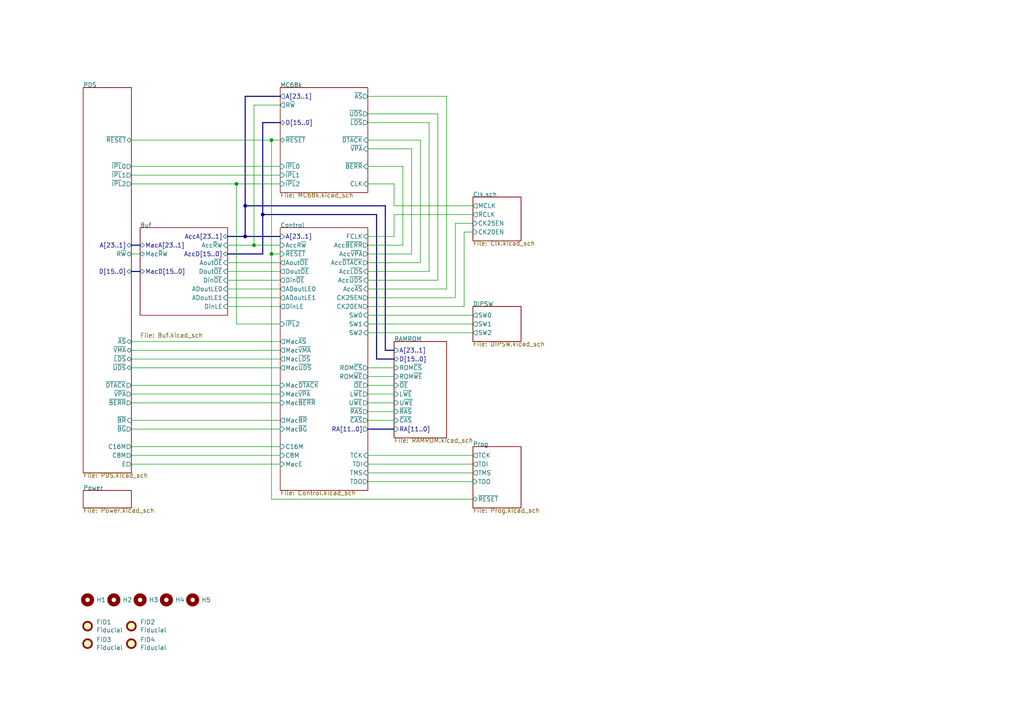
<source format=kicad_sch>
(kicad_sch (version 20211123) (generator eeschema)
  (paper "A4")
  (lib_symbols
    (symbol "Mechanical:Fiducial"
      (property "Reference" "FID" (at 0 5.08 0))
      (property "Value" "Fiducial" (at 0 3.175 0))
      (symbol "Fiducial_0_1"
        (circle (center 0 0) (radius 1.27) (stroke (width 0.508)) (fill (type background)))
      )
    )
    (symbol "Mechanical:MountingHole" (pin_names (offset 1.016))
      (property "Reference" "H" (at 0 5.08 0))
      (property "Value" "MountingHole" (at 0 3.175 0))
      (symbol "MountingHole_0_1"
        (circle (center 0 0) (radius 1.27) (stroke (width 1.27)))
      )
    )
  )
  (junction (at 73.66 71.12))
  (junction (at 78.74 73.66))
  (junction (at 71.12 59.69))
  (junction (at 68.58 53.34))
  (junction (at 71.12 68.58))
  (junction (at 76.2 62.23))
  (junction (at 78.74 40.64))
  (bus (pts (xy 71.12 27.94) (xy 71.12 59.69)))
  (wire (pts (xy 66.04 83.82) (xy 81.28 83.82)))
  (wire (pts (xy 129.54 27.94) (xy 129.54 83.82)))
  (bus (pts (xy 109.22 62.23) (xy 76.2 62.23)))
  (wire (pts (xy 106.68 134.62) (xy 137.16 134.62)))
  (bus (pts (xy 71.12 59.69) (xy 71.12 68.58)))
  (wire (pts (xy 68.58 53.34) (xy 81.28 53.34)))
  (wire (pts (xy 106.68 27.94) (xy 129.54 27.94)))
  (wire (pts (xy 106.68 73.66) (xy 119.38 73.66)))
  (wire (pts (xy 78.74 40.64) (xy 81.28 40.64)))
  (wire (pts (xy 106.68 88.9) (xy 134.62 88.9)))
  (wire (pts (xy 106.68 35.56) (xy 124.46 35.56)))
  (wire (pts (xy 73.66 30.48) (xy 81.28 30.48)))
  (wire (pts (xy 66.04 78.74) (xy 81.28 78.74)))
  (wire (pts (xy 127 81.28) (xy 106.68 81.28)))
  (wire (pts (xy 106.68 109.22) (xy 114.3 109.22)))
  (wire (pts (xy 78.74 73.66) (xy 81.28 73.66)))
  (wire (pts (xy 38.1 50.8) (xy 81.28 50.8)))
  (wire (pts (xy 38.1 101.6) (xy 81.28 101.6)))
  (wire (pts (xy 38.1 132.08) (xy 81.28 132.08)))
  (wire (pts (xy 124.46 35.56) (xy 124.46 78.74)))
  (wire (pts (xy 106.68 137.16) (xy 137.16 137.16)))
  (bus (pts (xy 38.1 78.74) (xy 40.64 78.74)))
  (wire (pts (xy 137.16 67.31) (xy 134.62 67.31)))
  (wire (pts (xy 38.1 114.3) (xy 81.28 114.3)))
  (wire (pts (xy 81.28 93.98) (xy 68.58 93.98)))
  (wire (pts (xy 106.68 33.02) (xy 127 33.02)))
  (wire (pts (xy 68.58 93.98) (xy 68.58 53.34)))
  (bus (pts (xy 81.28 35.56) (xy 76.2 35.56)))
  (bus (pts (xy 114.3 104.14) (xy 109.22 104.14)))
  (wire (pts (xy 106.68 121.92) (xy 114.3 121.92)))
  (bus (pts (xy 111.76 101.6) (xy 114.3 101.6)))
  (wire (pts (xy 38.1 134.62) (xy 81.28 134.62)))
  (wire (pts (xy 38.1 116.84) (xy 81.28 116.84)))
  (bus (pts (xy 71.12 68.58) (xy 81.28 68.58)))
  (bus (pts (xy 76.2 73.66) (xy 66.04 73.66)))
  (bus (pts (xy 38.1 71.12) (xy 40.64 71.12)))
  (wire (pts (xy 38.1 111.76) (xy 81.28 111.76)))
  (wire (pts (xy 38.1 121.92) (xy 81.28 121.92)))
  (wire (pts (xy 38.1 53.34) (xy 68.58 53.34)))
  (bus (pts (xy 71.12 59.69) (xy 111.76 59.69)))
  (wire (pts (xy 38.1 124.46) (xy 81.28 124.46)))
  (wire (pts (xy 106.68 114.3) (xy 114.3 114.3)))
  (wire (pts (xy 119.38 43.18) (xy 119.38 73.66)))
  (wire (pts (xy 38.1 48.26) (xy 81.28 48.26)))
  (wire (pts (xy 114.3 62.23) (xy 137.16 62.23)))
  (wire (pts (xy 106.68 91.44) (xy 137.16 91.44)))
  (wire (pts (xy 106.68 119.38) (xy 114.3 119.38)))
  (wire (pts (xy 134.62 88.9) (xy 134.62 67.31)))
  (wire (pts (xy 106.68 43.18) (xy 119.38 43.18)))
  (bus (pts (xy 106.68 124.46) (xy 114.3 124.46)))
  (wire (pts (xy 73.66 30.48) (xy 73.66 71.12)))
  (wire (pts (xy 73.66 71.12) (xy 66.04 71.12)))
  (wire (pts (xy 78.74 73.66) (xy 78.74 144.78)))
  (wire (pts (xy 114.3 53.34) (xy 114.3 59.69)))
  (wire (pts (xy 106.68 68.58) (xy 114.3 68.58)))
  (wire (pts (xy 106.68 139.7) (xy 137.16 139.7)))
  (wire (pts (xy 116.84 71.12) (xy 106.68 71.12)))
  (wire (pts (xy 106.68 86.36) (xy 132.08 86.36)))
  (bus (pts (xy 111.76 59.69) (xy 111.76 101.6)))
  (wire (pts (xy 73.66 71.12) (xy 81.28 71.12)))
  (wire (pts (xy 38.1 99.06) (xy 81.28 99.06)))
  (wire (pts (xy 137.16 93.98) (xy 106.68 93.98)))
  (wire (pts (xy 106.68 111.76) (xy 114.3 111.76)))
  (bus (pts (xy 76.2 62.23) (xy 76.2 73.66)))
  (wire (pts (xy 66.04 86.36) (xy 81.28 86.36)))
  (wire (pts (xy 121.92 40.64) (xy 121.92 76.2)))
  (wire (pts (xy 106.68 132.08) (xy 137.16 132.08)))
  (bus (pts (xy 81.28 27.94) (xy 71.12 27.94)))
  (wire (pts (xy 106.68 48.26) (xy 116.84 48.26)))
  (wire (pts (xy 38.1 40.64) (xy 78.74 40.64)))
  (wire (pts (xy 38.1 129.54) (xy 81.28 129.54)))
  (bus (pts (xy 71.12 68.58) (xy 66.04 68.58)))
  (wire (pts (xy 106.68 116.84) (xy 114.3 116.84)))
  (wire (pts (xy 129.54 83.82) (xy 106.68 83.82)))
  (wire (pts (xy 114.3 62.23) (xy 114.3 68.58)))
  (wire (pts (xy 106.68 106.68) (xy 114.3 106.68)))
  (wire (pts (xy 124.46 78.74) (xy 106.68 78.74)))
  (bus (pts (xy 109.22 62.23) (xy 109.22 104.14)))
  (wire (pts (xy 116.84 48.26) (xy 116.84 71.12)))
  (wire (pts (xy 38.1 104.14) (xy 81.28 104.14)))
  (wire (pts (xy 66.04 88.9) (xy 81.28 88.9)))
  (wire (pts (xy 38.1 73.66) (xy 40.64 73.66)))
  (wire (pts (xy 78.74 144.78) (xy 137.16 144.78)))
  (wire (pts (xy 132.08 64.77) (xy 137.16 64.77)))
  (wire (pts (xy 66.04 76.2) (xy 81.28 76.2)))
  (wire (pts (xy 78.74 40.64) (xy 78.74 73.66)))
  (wire (pts (xy 106.68 40.64) (xy 121.92 40.64)))
  (wire (pts (xy 132.08 86.36) (xy 132.08 64.77)))
  (bus (pts (xy 76.2 35.56) (xy 76.2 62.23)))
  (wire (pts (xy 127 33.02) (xy 127 81.28)))
  (wire (pts (xy 114.3 59.69) (xy 137.16 59.69)))
  (wire (pts (xy 38.1 106.68) (xy 81.28 106.68)))
  (wire (pts (xy 66.04 81.28) (xy 81.28 81.28)))
  (wire (pts (xy 114.3 53.34) (xy 106.68 53.34)))
  (wire (pts (xy 106.68 96.52) (xy 137.16 96.52)))
  (wire (pts (xy 121.92 76.2) (xy 106.68 76.2)))
  (symbol (lib_id "Mechanical:MountingHole") (at 55.88 173.99 0) (unit 1)
    (property "Reference" "H5" (at 58.42 173.99 0) (effects (justify left)))
    (property "Value" " " (at 58.42 175.006 0) (effects (justify left)))
    (property "Footprint" "stdpads:PasteHole_1.152mm_NPTH" (effects hide))
  )
  (symbol (lib_id "Mechanical:Fiducial") (at 25.4 181.61 0) (unit 1)
    (property "Reference" "FID1" (at 27.94 180.4416 0) (effects (justify left)))
    (property "Value" "Fiducial" (at 27.94 182.753 0) (effects (justify left)))
    (property "Footprint" "stdpads:Fiducial" (effects hide))
  )
  (symbol (lib_id "Mechanical:Fiducial") (at 38.1 181.61 0) (unit 1)
    (property "Reference" "FID2" (at 40.64 180.4416 0) (effects (justify left)))
    (property "Value" "Fiducial" (at 40.64 182.753 0) (effects (justify left)))
    (property "Footprint" "stdpads:Fiducial" (effects hide))
  )
  (symbol (lib_id "Mechanical:Fiducial") (at 25.4 186.69 0) (unit 1)
    (property "Reference" "FID3" (at 27.94 185.5216 0) (effects (justify left)))
    (property "Value" "Fiducial" (at 27.94 187.833 0) (effects (justify left)))
    (property "Footprint" "stdpads:Fiducial" (effects hide))
  )
  (symbol (lib_id "Mechanical:Fiducial") (at 38.1 186.69 0) (unit 1)
    (property "Reference" "FID4" (at 40.64 185.5216 0) (effects (justify left)))
    (property "Value" "Fiducial" (at 40.64 187.833 0) (effects (justify left)))
    (property "Footprint" "stdpads:Fiducial" (effects hide))
  )
  (symbol (lib_id "Mechanical:MountingHole") (at 25.4 173.99 0) (unit 1)
    (property "Reference" "H1" (at 27.94 173.99 0) (effects (justify left)))
    (property "Value" " " (at 27.94 175.006 0) (effects (justify left)))
    (property "Footprint" "stdpads:PasteHole_1.152mm_NPTH" (effects hide))
  )
  (symbol (lib_id "Mechanical:MountingHole") (at 33.02 173.99 0) (unit 1)
    (property "Reference" "H2" (at 35.56 173.99 0) (effects (justify left)))
    (property "Value" " " (at 35.56 175.006 0) (effects (justify left)))
    (property "Footprint" "stdpads:PasteHole_1.152mm_NPTH" (effects hide))
  )
  (symbol (lib_id "Mechanical:MountingHole") (at 40.64 173.99 0) (unit 1)
    (property "Reference" "H3" (at 43.18 173.99 0) (effects (justify left)))
    (property "Value" " " (at 43.18 175.006 0) (effects (justify left)))
    (property "Footprint" "stdpads:PasteHole_1.152mm_NPTH" (effects hide))
  )
  (symbol (lib_id "Mechanical:MountingHole") (at 48.26 173.99 0) (unit 1)
    (property "Reference" "H4" (at 50.8 173.99 0) (effects (justify left)))
    (property "Value" " " (at 50.8 175.006 0) (effects (justify left)))
    (property "Footprint" "stdpads:PasteHole_1.152mm_NPTH" (effects hide))
  )
  (sheet (at 24.13 25.4) (size 13.97 111.76)
    (property "Sheet name" "PDS" (at 24.13 25.4 0) (effects (justify left bottom)))
    (property "Sheet file" "PDS.kicad_sch" (at 24.13 137.16 0) (effects (justify left top)))
    (pin "A[23..1]" bidirectional (at 38.1 71.12 0))
    (pin "D[15..0]" bidirectional (at 38.1 78.74 0))
    (pin "~{AS}" bidirectional (at 38.1 99.06 0))
    (pin "~{LDS}" bidirectional (at 38.1 104.14 0))
    (pin "~{UDS}" bidirectional (at 38.1 106.68 0))
    (pin "R~{W}" bidirectional (at 38.1 73.66 0))
    (pin "~{VMA}" bidirectional (at 38.1 101.6 0))
    (pin "~{VPA}" output (at 38.1 114.3 0))
    (pin "~{DTACK}" output (at 38.1 111.76 0))
    (pin "~{RESET}" bidirectional (at 38.1 40.64 0))
    (pin "~{IPL}0" output (at 38.1 48.26 0))
    (pin "~{IPL}1" output (at 38.1 50.8 0))
    (pin "~{IPL}2" output (at 38.1 53.34 0))
    (pin "~{BERR}" output (at 38.1 116.84 0))
    (pin "E" output (at 38.1 134.62 0))
    (pin "C8M" output (at 38.1 132.08 0))
    (pin "C16M" output (at 38.1 129.54 0))
    (pin "~{BG}" output (at 38.1 124.46 0))
    (pin "~{BR}" input (at 38.1 121.92 0))
  )
  (sheet (at 81.28 66.04) (size 25.4 76.2)
    (property "Sheet name" "Control" (at 81.28 66.04 0) (effects (justify left bottom)))
    (property "Sheet file" "Control.kicad_sch" (at 81.28 142.24 0) (effects (justify left top)))
    (pin "~{RESET}" input (at 81.28 73.66 180))
    (pin "FCLK" input (at 106.68 68.58 0))
    (pin "Mac~{AS}" output (at 81.28 99.06 180))
    (pin "Mac~{VMA}" output (at 81.28 101.6 180))
    (pin "Mac~{DTACK}" input (at 81.28 111.76 180))
    (pin "Mac~{VPA}" input (at 81.28 114.3 180))
    (pin "Mac~{BERR}" input (at 81.28 116.84 180))
    (pin "MacE" input (at 81.28 134.62 180))
    (pin "C8M" input (at 81.28 132.08 180))
    (pin "C16M" input (at 81.28 129.54 180))
    (pin "Acc~{DTACK}" output (at 106.68 76.2 0))
    (pin "Acc~{BERR}" output (at 106.68 71.12 0))
    (pin "Acc~{UDS}" input (at 106.68 81.28 0))
    (pin "Acc~{LDS}" input (at 106.68 78.74 0))
    (pin "Acc~{AS}" input (at 106.68 83.82 0))
    (pin "~{OE}" output (at 106.68 111.76 0))
    (pin "Mac~{UDS}" output (at 81.28 106.68 180))
    (pin "Mac~{LDS}" output (at 81.28 104.14 180))
    (pin "Acc~{VPA}" output (at 106.68 73.66 0))
    (pin "AccR~{W}" input (at 81.28 71.12 180))
    (pin "L~{WE}" output (at 106.68 114.3 0))
    (pin "U~{WE}" output (at 106.68 116.84 0))
    (pin "~{RAS}" output (at 106.68 119.38 0))
    (pin "~{CAS}" output (at 106.68 121.92 0))
    (pin "ROM~{CS}" output (at 106.68 106.68 0))
    (pin "DinLE" output (at 81.28 88.9 180))
    (pin "Dout~{OE}" output (at 81.28 78.74 180))
    (pin "Aout~{OE}" output (at 81.28 76.2 180))
    (pin "Din~{OE}" output (at 81.28 81.28 180))
    (pin "RA[11..0]" output (at 106.68 124.46 0))
    (pin "A[23..1]" input (at 81.28 68.58 180))
    (pin "ADoutLE0" output (at 81.28 83.82 180))
    (pin "ADoutLE1" output (at 81.28 86.36 180))
    (pin "ROM~{WE}" output (at 106.68 109.22 0))
    (pin "SW0" input (at 106.68 91.44 0))
    (pin "SW1" input (at 106.68 93.98 0))
    (pin "CK25EN" output (at 106.68 86.36 0))
    (pin "TDI" input (at 106.68 134.62 0))
    (pin "TMS" input (at 106.68 137.16 0))
    (pin "TCK" input (at 106.68 132.08 0))
    (pin "TDO" output (at 106.68 139.7 0))
    (pin "SW2" input (at 106.68 96.52 0))
    (pin "Mac~{BR}" output (at 81.28 121.92 180))
    (pin "Mac~{BG}" input (at 81.28 124.46 180))
    (pin "~{IPL}2" input (at 81.28 93.98 180))
    (pin "CK20EN" output (at 106.68 88.9 0))
  )
  (sheet (at 114.3 99.06) (size 15.24 27.94)
    (property "Sheet name" "RAMROM" (at 114.3 99.06 0) (effects (justify left bottom)))
    (property "Sheet file" "RAMROM.kicad_sch" (at 114.3 127 0) (effects (justify left top)))
    (pin "~{RAS}" input (at 114.3 119.38 180))
    (pin "D[15..0]" bidirectional (at 114.3 104.14 180))
    (pin "~{CAS}" input (at 114.3 121.92 180))
    (pin "~{OE}" input (at 114.3 111.76 180))
    (pin "RA[11..0]" input (at 114.3 124.46 180))
    (pin "L~{WE}" input (at 114.3 114.3 180))
    (pin "U~{WE}" input (at 114.3 116.84 180))
    (pin "ROM~{CS}" input (at 114.3 106.68 180))
    (pin "A[23..1]" input (at 114.3 101.6 180))
    (pin "ROM~{WE}" input (at 114.3 109.22 180))
  )
  (sheet (at 81.28 25.4) (size 25.4 30.48)
    (property "Sheet name" "MC68k" (at 81.28 25.4 0) (effects (justify left bottom)))
    (property "Sheet file" "MC68k.kicad_sch" (at 81.28 55.88 0) (effects (justify left top)))
    (pin "A[23..1]" output (at 81.28 27.94 180))
    (pin "D[15..0]" bidirectional (at 81.28 35.56 180))
    (pin "~{AS}" output (at 106.68 27.94 0))
    (pin "R~{W}" output (at 81.28 30.48 180))
    (pin "~{LDS}" output (at 106.68 35.56 0))
    (pin "~{UDS}" output (at 106.68 33.02 0))
    (pin "~{DTACK}" input (at 106.68 40.64 0))
    (pin "~{VPA}" input (at 106.68 43.18 0))
    (pin "~{RESET}" bidirectional (at 81.28 40.64 180))
    (pin "~{BERR}" input (at 106.68 48.26 0))
    (pin "~{IPL}0" input (at 81.28 48.26 180))
    (pin "~{IPL}1" input (at 81.28 50.8 180))
    (pin "~{IPL}2" input (at 81.28 53.34 180))
    (pin "CLK" input (at 106.68 53.34 0))
  )
  (sheet (at 40.64 66.04) (size 25.4 25.4)
    (property "Sheet name" "Buf" (at 40.64 66.04 0) (effects (justify left bottom)))
    (property "Sheet file" "Buf.kicad_sch" (at 40.64 96.52 0) (effects (justify left top)))
    (pin "AccA[23..1]" bidirectional (at 66.04 68.58 0))
    (pin "MacA[23..1]" bidirectional (at 40.64 71.12 180))
    (pin "AccD[15..0]" bidirectional (at 66.04 73.66 0))
    (pin "MacD[15..0]" bidirectional (at 40.64 78.74 180))
    (pin "Dout~{OE}" input (at 66.04 78.74 0))
    (pin "Din~{OE}" input (at 66.04 81.28 0))
    (pin "DinLE" input (at 66.04 88.9 0))
    (pin "Aout~{OE}" input (at 66.04 76.2 0))
    (pin "Mac~{R}W" tri_state (at 40.64 73.66 180))
    (pin "Acc~{R}W" input (at 66.04 71.12 0))
    (pin "ADoutLE0" input (at 66.04 83.82 0))
    (pin "ADoutLE1" input (at 66.04 86.36 0))
  )
  (sheet (at 137.16 57.15) (size 13.97 12.7)
    (property "Sheet name" "Clk.sch" (at 137.16 57.15 0) (effects (justify left bottom)))
    (property "Sheet file" "Clk.kicad_sch" (at 137.16 69.85 0) (effects (justify left top)))
    (pin "MCLK" output (at 137.16 59.69 180))
    (pin "RCLK" output (at 137.16 62.23 180))
    (pin "CK20EN" input (at 137.16 67.31 180))
    (pin "CK25EN" input (at 137.16 64.77 180))
  )
  (sheet (at 137.16 88.9) (size 13.97 10.16)
    (property "Sheet name" "DIPSW" (at 137.16 88.9 0) (effects (justify left bottom)))
    (property "Sheet file" "DIPSW.kicad_sch" (at 137.16 99.06 0) (effects (justify left top)))
    (pin "SW0" output (at 137.16 91.44 180))
    (pin "SW1" output (at 137.16 93.98 180))
    (pin "SW2" output (at 137.16 96.52 180))
  )
  (sheet (at 137.16 129.54) (size 13.97 17.78)
    (property "Sheet name" "Prog" (at 137.16 129.54 0) (effects (justify left bottom)))
    (property "Sheet file" "Prog.kicad_sch" (at 137.16 147.32 0) (effects (justify left top)))
    (pin "TCK" output (at 137.16 132.08 180))
    (pin "TDI" output (at 137.16 134.62 180))
    (pin "TMS" output (at 137.16 137.16 180))
    (pin "TDO" input (at 137.16 139.7 180))
    (pin "~{RESET}" tri_state (at 137.16 144.78 180))
  )
  (sheet (at 24.13 142.24) (size 13.97 5.08)
    (property "Sheet name" "Power" (at 24.13 142.24 0) (effects (justify left bottom)))
    (property "Sheet file" "Power.kicad_sch" (at 24.13 147.32 0) (effects (justify left top)))
  )
)
</source>
